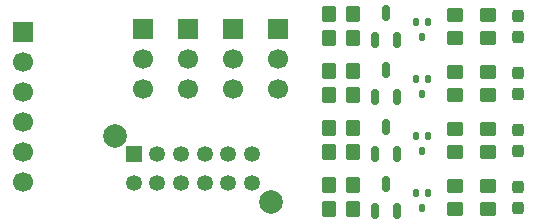
<source format=gbr>
%TF.GenerationSoftware,KiCad,Pcbnew,9.0.6-9.0.6~ubuntu24.04.1*%
%TF.CreationDate,2026-01-17T19:07:13-03:00*%
%TF.ProjectId,cotti_leds,636f7474-695f-46c6-9564-732e6b696361,0.0*%
%TF.SameCoordinates,Original*%
%TF.FileFunction,Soldermask,Top*%
%TF.FilePolarity,Negative*%
%FSLAX46Y46*%
G04 Gerber Fmt 4.6, Leading zero omitted, Abs format (unit mm)*
G04 Created by KiCad (PCBNEW 9.0.6-9.0.6~ubuntu24.04.1) date 2026-01-17 19:07:13*
%MOMM*%
%LPD*%
G01*
G04 APERTURE LIST*
G04 Aperture macros list*
%AMRoundRect*
0 Rectangle with rounded corners*
0 $1 Rounding radius*
0 $2 $3 $4 $5 $6 $7 $8 $9 X,Y pos of 4 corners*
0 Add a 4 corners polygon primitive as box body*
4,1,4,$2,$3,$4,$5,$6,$7,$8,$9,$2,$3,0*
0 Add four circle primitives for the rounded corners*
1,1,$1+$1,$2,$3*
1,1,$1+$1,$4,$5*
1,1,$1+$1,$6,$7*
1,1,$1+$1,$8,$9*
0 Add four rect primitives between the rounded corners*
20,1,$1+$1,$2,$3,$4,$5,0*
20,1,$1+$1,$4,$5,$6,$7,0*
20,1,$1+$1,$6,$7,$8,$9,0*
20,1,$1+$1,$8,$9,$2,$3,0*%
G04 Aperture macros list end*
%ADD10RoundRect,0.250000X0.350000X0.450000X-0.350000X0.450000X-0.350000X-0.450000X0.350000X-0.450000X0*%
%ADD11RoundRect,0.250000X0.450000X-0.350000X0.450000X0.350000X-0.450000X0.350000X-0.450000X-0.350000X0*%
%ADD12RoundRect,0.250000X-0.350000X-0.450000X0.350000X-0.450000X0.350000X0.450000X-0.350000X0.450000X0*%
%ADD13R,1.700000X1.700000*%
%ADD14C,1.700000*%
%ADD15RoundRect,0.237500X0.237500X-0.287500X0.237500X0.287500X-0.237500X0.287500X-0.237500X-0.287500X0*%
%ADD16RoundRect,0.150000X0.150000X-0.512500X0.150000X0.512500X-0.150000X0.512500X-0.150000X-0.512500X0*%
%ADD17RoundRect,0.125000X-0.125000X0.175000X-0.125000X-0.175000X0.125000X-0.175000X0.125000X0.175000X0*%
%ADD18R,1.350000X1.350000*%
%ADD19C,1.350000*%
%ADD20C,2.000000*%
G04 APERTURE END LIST*
D10*
%TO.C,R8*%
X140954000Y-103632000D03*
X138954000Y-103632000D03*
%TD*%
D11*
%TO.C,R10*%
X152400000Y-105648000D03*
X152400000Y-103648000D03*
%TD*%
D12*
%TO.C,R3*%
X138954000Y-110490000D03*
X140954000Y-110490000D03*
%TD*%
%TO.C,R1*%
X138954000Y-100838000D03*
X140954000Y-100838000D03*
%TD*%
D11*
%TO.C,R15*%
X149606000Y-115300000D03*
X149606000Y-113300000D03*
%TD*%
D10*
%TO.C,R5*%
X140954000Y-98806000D03*
X138954000Y-98806000D03*
%TD*%
D11*
%TO.C,R7*%
X152400000Y-100822000D03*
X152400000Y-98822000D03*
%TD*%
%TO.C,R13*%
X152400000Y-110474000D03*
X152400000Y-108474000D03*
%TD*%
D13*
%TO.C,J1*%
X113030000Y-100330000D03*
D14*
X113030000Y-102870000D03*
X113030000Y-105410000D03*
X113030000Y-107950000D03*
X113030000Y-110490000D03*
X113030000Y-113030000D03*
%TD*%
D15*
%TO.C,D1*%
X154940000Y-100697000D03*
X154940000Y-98947000D03*
%TD*%
D12*
%TO.C,R4*%
X138954000Y-115316000D03*
X140954000Y-115316000D03*
%TD*%
D13*
%TO.C,JP2*%
X127000000Y-100076000D03*
D14*
X127000000Y-102616000D03*
X127000000Y-105156000D03*
%TD*%
D16*
%TO.C,Q3*%
X142814000Y-105785500D03*
X144714000Y-105785500D03*
X143764000Y-103510500D03*
%TD*%
%TO.C,Q5*%
X142814000Y-110611500D03*
X144714000Y-110611500D03*
X143764000Y-108336500D03*
%TD*%
D17*
%TO.C,Q2*%
X147312000Y-99426000D03*
X146312000Y-99426000D03*
X146812000Y-100726000D03*
%TD*%
D18*
%TO.C,SW1*%
X122428000Y-110617000D03*
D19*
X124428000Y-110617000D03*
X126428000Y-110617000D03*
X128428000Y-110617000D03*
X130428000Y-110617000D03*
X132428000Y-110617000D03*
X122428000Y-113117000D03*
X124428000Y-113117000D03*
X126428000Y-113117000D03*
X128428000Y-113117000D03*
X130428000Y-113117000D03*
X132428000Y-113117000D03*
D20*
X120828000Y-109067000D03*
X134028000Y-114667000D03*
%TD*%
D10*
%TO.C,R14*%
X140954000Y-113284000D03*
X138954000Y-113284000D03*
%TD*%
D15*
%TO.C,D2*%
X154940000Y-105523000D03*
X154940000Y-103773000D03*
%TD*%
D17*
%TO.C,Q8*%
X147312000Y-113904000D03*
X146312000Y-113904000D03*
X146812000Y-115204000D03*
%TD*%
%TO.C,Q4*%
X147312000Y-104252000D03*
X146312000Y-104252000D03*
X146812000Y-105552000D03*
%TD*%
D13*
%TO.C,JP3*%
X130810000Y-100076000D03*
D14*
X130810000Y-102616000D03*
X130810000Y-105156000D03*
%TD*%
D11*
%TO.C,R16*%
X152400000Y-115300000D03*
X152400000Y-113300000D03*
%TD*%
%TO.C,R6*%
X149606000Y-100822000D03*
X149606000Y-98822000D03*
%TD*%
D15*
%TO.C,D3*%
X154940000Y-110349000D03*
X154940000Y-108599000D03*
%TD*%
D16*
%TO.C,Q1*%
X142814000Y-100959500D03*
X144714000Y-100959500D03*
X143764000Y-98684500D03*
%TD*%
D15*
%TO.C,D4*%
X154940000Y-115175000D03*
X154940000Y-113425000D03*
%TD*%
D10*
%TO.C,R11*%
X140954000Y-108458000D03*
X138954000Y-108458000D03*
%TD*%
D12*
%TO.C,R2*%
X138954000Y-105664000D03*
X140954000Y-105664000D03*
%TD*%
D17*
%TO.C,Q6*%
X147312000Y-109078000D03*
X146312000Y-109078000D03*
X146812000Y-110378000D03*
%TD*%
D16*
%TO.C,Q7*%
X142814000Y-115437500D03*
X144714000Y-115437500D03*
X143764000Y-113162500D03*
%TD*%
D11*
%TO.C,R9*%
X149606000Y-105648000D03*
X149606000Y-103648000D03*
%TD*%
D13*
%TO.C,JP4*%
X134620000Y-100076000D03*
D14*
X134620000Y-102616000D03*
X134620000Y-105156000D03*
%TD*%
D11*
%TO.C,R12*%
X149606000Y-110474000D03*
X149606000Y-108474000D03*
%TD*%
D13*
%TO.C,JP1*%
X123190000Y-100076000D03*
D14*
X123190000Y-102616000D03*
X123190000Y-105156000D03*
%TD*%
M02*

</source>
